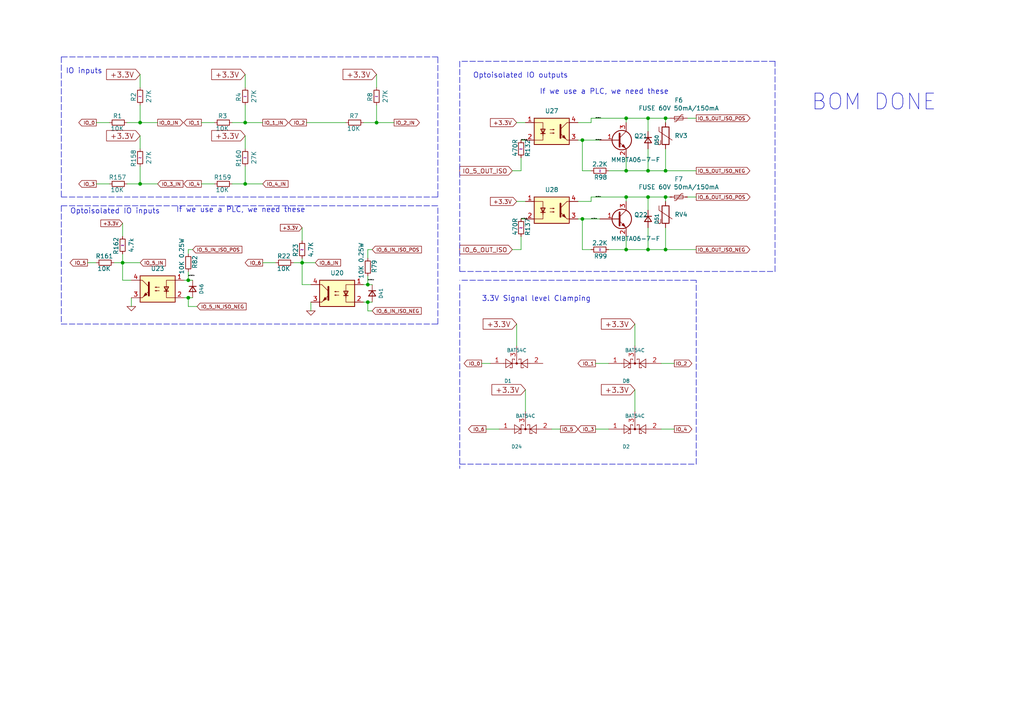
<source format=kicad_sch>
(kicad_sch (version 20231120) (generator "eeschema") (generator_version "8.0")
  (paper "A4")
  (title_block (title "Duet 3 Main Board 6XD") (date "2023-02-22") (rev "1.01") (company "Duet3d") (comment 1 "(c) Duet3D"))
  (lib_symbols
    (symbol "Device:D_Small" (pin_numbers hide) (pin_names (offset 0.254) hide)
      (property "Reference" "D" (at -1.27 2.032 0))
      (property "Value" "D_Small" (at -3.81 -2.032 0))
      (symbol "D_Small_0_1"
        (polyline (pts (xy -0.762 -1.016) (xy -0.762 1.016)) (stroke (width 0.254)))
        (polyline (pts (xy -0.762 0) (xy 0.762 0)))
        (polyline (pts (xy 0.762 -1.016) (xy -0.762 0) (xy 0.762 1.016) (xy 0.762 -1.016)) (stroke (width 0.254)))
      )
      (symbol "D_Small_1_1"
        (pin passive line (at -2.54 0 0) (length 1.778) (name "K") (number "1"))
        (pin passive line (at 2.54 0 180) (length 1.778) (name "A") (number "2"))
      )
    )
    (symbol "Device:Polyfuse_Small" (pin_numbers hide) (pin_names (offset 0))
      (property "Reference" "F" (at -1.905 0 90))
      (property "Value" "Polyfuse_Small" (at 1.905 0 90))
      (symbol "Polyfuse_Small_0_1"
        (rectangle (start -0.508 1.27) (end 0.508 -1.27))
        (polyline (pts (xy 0 2.54) (xy 0 -2.54)))
        (polyline (pts (xy -1.016 1.27) (xy -1.016 0.762) (xy 1.016 -0.762) (xy 1.016 -1.27)))
      )
      (symbol "Polyfuse_Small_1_1"
        (pin passive line (at 0 2.54 270) (length 0.635) (name "~") (number "1"))
        (pin passive line (at 0 -2.54 90) (length 0.635) (name "~") (number "2"))
      )
    )
    (symbol "Device:R_Small" (pin_numbers hide) (pin_names (offset 0.254) hide)
      (property "Reference" "R" (at 0.762 0.508 0))
      (property "Value" "R_Small" (at 0.762 -1.016 0))
      (symbol "R_Small_0_1"
        (rectangle (start -0.762 1.778) (end 0.762 -1.778) (stroke (width 0.2032)))
      )
      (symbol "R_Small_1_1"
        (pin passive line (at 0 2.54 270) (length 0.762) (name "~") (number "1"))
        (pin passive line (at 0 -2.54 90) (length 0.762) (name "~") (number "2"))
      )
    )
    (symbol "Device:Varistor" (pin_numbers hide) (pin_names (offset 0))
      (property "Reference" "RV" (at 3.175 0 90))
      (property "Value" "Varistor" (at -3.175 0 90))
      (symbol "Varistor_0_0"
        (text "U" (at -1.778 -2.032 0) (effects (font (size 1.27 1.27))))
      )
      (symbol "Varistor_0_1"
        (rectangle (start -1.016 -2.54) (end 1.016 2.54) (stroke (width 0.254)))
        (polyline (pts (xy -1.905 2.54) (xy -1.905 1.27) (xy 1.905 -1.27)))
      )
      (symbol "Varistor_1_1"
        (pin passive line (at 0 3.81 270) (length 1.27) (name "~") (number "1"))
        (pin passive line (at 0 -3.81 90) (length 1.27) (name "~") (number "2"))
      )
    )
    (symbol "Diode:BAT54C" (pin_names (offset 1.016))
      (property "Reference" "D" (at 0.635 -3.81 0))
      (property "Value" "BAT54C" (at -6.35 3.175 0))
      (symbol "BAT54C_0_1"
        (polyline (pts (xy -1.905 0) (xy 1.905 0)))
        (polyline (pts (xy -1.905 1.27) (xy -1.905 1.016)))
        (polyline (pts (xy -1.27 -1.27) (xy -0.635 -1.27)))
        (polyline (pts (xy -1.27 0) (xy -3.81 0)))
        (polyline (pts (xy -1.27 1.27) (xy -1.905 1.27)))
        (polyline (pts (xy -1.27 1.27) (xy -1.27 -1.27)))
        (polyline (pts (xy -0.635 -1.27) (xy -0.635 -1.016)))
        (polyline (pts (xy 0.635 -1.27) (xy 0.635 -1.016)))
        (polyline (pts (xy 1.27 -1.27) (xy 0.635 -1.27)))
        (polyline (pts (xy 1.27 1.27) (xy 1.27 -1.27)))
        (polyline (pts (xy 1.27 1.27) (xy 1.905 1.27)))
        (polyline (pts (xy 1.905 1.27) (xy 1.905 1.016)))
        (polyline (pts (xy 3.81 0) (xy 1.27 0)))
        (polyline (pts (xy -3.175 -1.27) (xy -3.175 1.27) (xy -1.27 0) (xy -3.175 -1.27)))
        (polyline (pts (xy 3.175 -1.27) (xy 3.175 1.27) (xy 1.27 0) (xy 3.175 -1.27)))
        (circle (center 0 0) (radius 0.254) (fill (type outline)))
      )
      (symbol "BAT54C_1_1"
        (pin passive line (at -7.62 0 0) (length 3.81) (name "~") (number "1"))
        (pin passive line (at 7.62 0 180) (length 3.81) (name "~") (number "2"))
        (pin passive line (at 0 -5.08 90) (length 5.08) (name "~") (number "3"))
      )
    )
    (symbol "Duet3:GND" (power) (pin_numbers hide) (pin_names (offset 0) hide)
      (symbol "GND_0_1"
        (polyline (pts (xy -1.27 0) (xy 0 -1.27) (xy 1.27 0) (xy -1.27 0)))
      )
      (symbol "GND_1_1"
        (pin power_in line (at 0 0 90) (length 0) hide (name "GND") (number "1"))
      )
    )
    (symbol "GND_1" (power) (pin_numbers hide) (pin_names (offset 0) hide)
      (symbol "GND_1_0_1"
        (polyline (pts (xy -1.27 0) (xy 0 -1.27) (xy 1.27 0) (xy -1.27 0)))
      )
      (symbol "GND_1_1_1"
        (pin power_in line (at 0 0 90) (length 0) hide (name "GND") (number "1"))
      )
    )
    (symbol "Isolator:SFH617A-1" (pin_names (offset 1.016))
      (property "Reference" "U" (at -5.08 5.08 0))
      (property "Value" "SFH617A-1" (at 0 5.08 0))
      (symbol "SFH617A-1_0_1"
        (rectangle (start -5.08 3.81) (end 5.08 -3.81) (stroke (width 0.254)) (fill (type background)))
        (polyline (pts (xy -3.175 -0.635) (xy -1.905 -0.635)) (stroke (width 0.254)))
        (polyline (pts (xy 2.54 0.635) (xy 4.445 2.54)))
        (polyline (pts (xy 4.445 -2.54) (xy 2.54 -0.635)) (fill (type outline)))
        (polyline (pts (xy 4.445 -2.54) (xy 5.08 -2.54)))
        (polyline (pts (xy 4.445 2.54) (xy 5.08 2.54)))
        (polyline (pts (xy -2.54 -0.635) (xy -2.54 -2.54) (xy -5.08 -2.54)))
        (polyline (pts (xy 2.54 1.905) (xy 2.54 -1.905) (xy 2.54 -1.905)) (stroke (width 0.508)))
        (polyline (pts (xy -5.08 2.54) (xy -2.54 2.54) (xy -2.54 -1.27) (xy -2.54 0.635)))
        (polyline (pts (xy -2.54 -0.635) (xy -3.175 0.635) (xy -1.905 0.635) (xy -2.54 -0.635)) (stroke (width 0.254)))
        (polyline (pts (xy -0.508 -0.508) (xy 0.762 -0.508) (xy 0.381 -0.635) (xy 0.381 -0.381) (xy 0.762 -0.508)))
        (polyline (pts (xy -0.508 0.508) (xy 0.762 0.508) (xy 0.381 0.381) (xy 0.381 0.635) (xy 0.762 0.508)))
        (polyline (pts (xy 3.048 -1.651) (xy 3.556 -1.143) (xy 4.064 -2.159) (xy 3.048 -1.651) (xy 3.048 -1.651)) (fill (type outline)))
      )
      (symbol "SFH617A-1_1_1"
        (pin passive line (at -7.62 2.54 0) (length 2.54) (name "~") (number "1"))
        (pin passive line (at -7.62 -2.54 0) (length 2.54) (name "~") (number "2"))
        (pin passive line (at 7.62 -2.54 180) (length 2.54) (name "~") (number "3"))
        (pin passive line (at 7.62 2.54 180) (length 2.54) (name "~") (number "4"))
      )
    )
    (symbol "Transistor_BJT:BC847" (pin_names (offset 0) hide)
      (property "Reference" "Q" (at 5.08 1.905 0))
      (property "Value" "BC847" (at 5.08 0 0))
      (symbol "BC847_0_1"
        (polyline (pts (xy 0.635 0.635) (xy 2.54 2.54)))
        (polyline (pts (xy 0.635 -0.635) (xy 2.54 -2.54) (xy 2.54 -2.54)))
        (polyline (pts (xy 0.635 1.905) (xy 0.635 -1.905) (xy 0.635 -1.905)) (stroke (width 0.508)))
        (polyline (pts (xy 1.27 -1.778) (xy 1.778 -1.27) (xy 2.286 -2.286) (xy 1.27 -1.778) (xy 1.27 -1.778)) (fill (type outline)))
        (circle (center 1.27 0) (radius 2.8194) (stroke (width 0.254)))
      )
      (symbol "BC847_1_1"
        (pin input line (at -5.08 0 0) (length 5.715) (name "B") (number "1"))
        (pin passive line (at 2.54 -5.08 90) (length 2.54) (name "E") (number "2"))
        (pin passive line (at 2.54 5.08 270) (length 2.54) (name "C") (number "3"))
      )
    )
  )
  (junction (at 168.91 63.5))
  (junction (at 40.64 53.34))
  (junction (at 87.63 76.2))
  (junction (at 187.96 49.53))
  (junction (at 193.04 49.53))
  (junction (at 193.04 34.29))
  (junction (at 193.04 72.39))
  (junction (at 106.68 87.63))
  (junction (at 40.64 35.56))
  (junction (at 187.96 72.39))
  (junction (at 187.96 57.15))
  (junction (at 54.61 81.28))
  (junction (at 181.61 34.29))
  (junction (at 193.04 57.15))
  (junction (at 109.22 35.56))
  (junction (at 181.61 49.53))
  (junction (at 35.56 76.2))
  (junction (at 187.96 34.29))
  (junction (at 168.91 40.64))
  (junction (at 181.61 57.15))
  (junction (at 106.68 82.55))
  (junction (at 71.12 35.56))
  (junction (at 181.61 72.39))
  (junction (at 54.61 86.36))
  (junction (at 71.12 53.34))
  (wire (pts (xy 194.31 57.15) (xy 193.04 57.15)))
  (wire (pts (xy 187.96 38.1) (xy 187.96 34.29)))
  (wire (pts (xy 106.68 80.01) (xy 106.68 82.55)))
  (wire (pts (xy 90.17 90.17) (xy 90.17 87.63)))
  (wire (pts (xy 152.4 113.03) (xy 152.4 119.38)))
  (wire (pts (xy 40.64 35.56) (xy 45.72 35.56)))
  (wire (pts (xy 87.63 76.2) (xy 87.63 82.55)))
  (wire (pts (xy 195.58 124.46) (xy 191.77 124.46)))
  (wire (pts (xy 181.61 57.15) (xy 171.45 57.15)))
  (wire (pts (xy 57.15 88.9) (xy 54.61 88.9)))
  (wire (pts (xy 142.24 105.41) (xy 139.7 105.41)))
  (polyline (pts (xy 127 57.15) (xy 127 16.51)) (stroke (width 0) (type dash)))
  (wire (pts (xy 35.56 73.66) (xy 35.56 76.2)))
  (wire (pts (xy 167.64 63.5) (xy 168.91 63.5)))
  (wire (pts (xy 35.56 81.28) (xy 38.1 81.28)))
  (wire (pts (xy 54.61 88.9) (xy 54.61 86.36)))
  (wire (pts (xy 187.96 72.39) (xy 193.04 72.39)))
  (wire (pts (xy 149.86 35.56) (xy 152.4 35.56)))
  (wire (pts (xy 181.61 72.39) (xy 187.96 72.39)))
  (wire (pts (xy 88.9 35.56) (xy 100.33 35.56)))
  (wire (pts (xy 67.31 53.34) (xy 71.12 53.34)))
  (polyline (pts (xy 127 93.98) (xy 127 59.69)) (stroke (width 0) (type dash)))
  (wire (pts (xy 105.41 82.55) (xy 106.68 82.55)))
  (wire (pts (xy 181.61 49.53) (xy 181.61 45.72)))
  (wire (pts (xy 71.12 53.34) (xy 76.2 53.34)))
  (wire (pts (xy 148.59 49.53) (xy 151.13 49.53)))
  (wire (pts (xy 181.61 34.29) (xy 171.45 34.29)))
  (wire (pts (xy 109.22 30.48) (xy 109.22 35.56)))
  (wire (pts (xy 40.64 48.26) (xy 40.64 53.34)))
  (wire (pts (xy 172.72 124.46) (xy 176.53 124.46)))
  (wire (pts (xy 167.64 40.64) (xy 168.91 40.64)))
  (polyline (pts (xy 17.78 93.98) (xy 127 93.98)) (stroke (width 0) (type dash)))
  (wire (pts (xy 187.96 49.53) (xy 193.04 49.53)))
  (wire (pts (xy 54.61 72.39) (xy 55.88 72.39)))
  (wire (pts (xy 152.4 63.5) (xy 151.13 63.5)))
  (polyline (pts (xy 127 16.51) (xy 17.78 16.51)) (stroke (width 0) (type dash)))
  (wire (pts (xy 40.64 21.59) (xy 40.64 25.4)))
  (wire (pts (xy 149.86 58.42) (xy 152.4 58.42)))
  (wire (pts (xy 187.96 43.18) (xy 187.96 49.53)))
  (wire (pts (xy 71.12 39.37) (xy 71.12 43.18)))
  (wire (pts (xy 184.15 93.98) (xy 184.15 100.33)))
  (wire (pts (xy 106.68 90.17) (xy 106.68 87.63)))
  (wire (pts (xy 151.13 49.53) (xy 151.13 45.72)))
  (wire (pts (xy 54.61 72.39) (xy 54.61 73.66)))
  (wire (pts (xy 38.1 88.9) (xy 38.1 86.36)))
  (wire (pts (xy 54.61 78.74) (xy 54.61 81.28)))
  (wire (pts (xy 184.15 113.03) (xy 184.15 119.38)))
  (wire (pts (xy 187.96 34.29) (xy 181.61 34.29)))
  (wire (pts (xy 71.12 30.48) (xy 71.12 35.56)))
  (wire (pts (xy 193.04 43.18) (xy 193.04 49.53)))
  (wire (pts (xy 36.83 53.34) (xy 40.64 53.34)))
  (wire (pts (xy 187.96 60.96) (xy 187.96 57.15)))
  (polyline (pts (xy 17.78 16.51) (xy 17.78 57.15)) (stroke (width 0) (type dash)))
  (wire (pts (xy 27.94 53.34) (xy 31.75 53.34)))
  (polyline (pts (xy 17.78 59.69) (xy 127 59.69)) (stroke (width 0) (type dash)))
  (polyline (pts (xy 224.79 78.74) (xy 224.79 17.78)) (stroke (width 0) (type dash)))
  (wire (pts (xy 171.45 58.42) (xy 167.64 58.42)))
  (wire (pts (xy 152.4 40.64) (xy 151.13 40.64)))
  (wire (pts (xy 36.83 35.56) (xy 40.64 35.56)))
  (wire (pts (xy 168.91 40.64) (xy 173.99 40.64)))
  (polyline (pts (xy 224.79 17.78) (xy 133.35 17.78)) (stroke (width 0) (type dash)))
  (wire (pts (xy 105.41 87.63) (xy 106.68 87.63)))
  (polyline (pts (xy 17.78 57.15) (xy 127 57.15)) (stroke (width 0) (type dash)))
  (wire (pts (xy 54.61 81.28) (xy 55.88 81.28)))
  (wire (pts (xy 76.2 76.2) (xy 80.01 76.2)))
  (wire (pts (xy 106.68 87.63) (xy 107.95 87.63)))
  (wire (pts (xy 67.31 35.56) (xy 71.12 35.56)))
  (wire (pts (xy 171.45 57.15) (xy 171.45 58.42)))
  (wire (pts (xy 35.56 64.77) (xy 35.56 68.58)))
  (wire (pts (xy 71.12 48.26) (xy 71.12 53.34)))
  (wire (pts (xy 201.93 34.29) (xy 199.39 34.29)))
  (polyline (pts (xy 17.78 59.69) (xy 17.78 93.98)) (stroke (width 0) (type dash)))
  (wire (pts (xy 53.34 81.28) (xy 54.61 81.28)))
  (wire (pts (xy 106.68 72.39) (xy 107.95 72.39)))
  (wire (pts (xy 172.72 105.41) (xy 176.53 105.41)))
  (wire (pts (xy 148.59 72.39) (xy 151.13 72.39)))
  (wire (pts (xy 87.63 76.2) (xy 91.44 76.2)))
  (wire (pts (xy 195.58 105.41) (xy 191.77 105.41)))
  (wire (pts (xy 193.04 72.39) (xy 201.93 72.39)))
  (wire (pts (xy 201.93 57.15) (xy 199.39 57.15)))
  (wire (pts (xy 193.04 34.29) (xy 187.96 34.29)))
  (wire (pts (xy 106.68 82.55) (xy 107.95 82.55)))
  (wire (pts (xy 193.04 57.15) (xy 187.96 57.15)))
  (wire (pts (xy 40.64 30.48) (xy 40.64 35.56)))
  (wire (pts (xy 151.13 72.39) (xy 151.13 68.58)))
  (wire (pts (xy 194.31 34.29) (xy 193.04 34.29)))
  (wire (pts (xy 168.91 40.64) (xy 168.91 49.53)))
  (wire (pts (xy 193.04 57.15) (xy 193.04 58.42)))
  (polyline (pts (xy 201.93 81.28) (xy 133.35 81.28)) (stroke (width 0) (type dash)))
  (wire (pts (xy 71.12 35.56) (xy 76.2 35.56)))
  (wire (pts (xy 87.63 82.55) (xy 90.17 82.55)))
  (wire (pts (xy 87.63 66.04) (xy 87.63 69.85)))
  (wire (pts (xy 193.04 66.04) (xy 193.04 72.39)))
  (wire (pts (xy 193.04 49.53) (xy 201.93 49.53)))
  (wire (pts (xy 58.42 35.56) (xy 62.23 35.56)))
  (polyline (pts (xy 201.93 134.62) (xy 201.93 81.28)) (stroke (width 0) (type dash)))
  (wire (pts (xy 181.61 57.15) (xy 181.61 58.42)))
  (wire (pts (xy 105.41 35.56) (xy 109.22 35.56)))
  (wire (pts (xy 181.61 72.39) (xy 181.61 68.58)))
  (wire (pts (xy 176.53 49.53) (xy 181.61 49.53)))
  (wire (pts (xy 168.91 72.39) (xy 171.45 72.39)))
  (wire (pts (xy 162.56 124.46) (xy 160.02 124.46)))
  (wire (pts (xy 58.42 53.34) (xy 62.23 53.34)))
  (wire (pts (xy 54.61 86.36) (xy 55.88 86.36)))
  (wire (pts (xy 35.56 76.2) (xy 35.56 81.28)))
  (wire (pts (xy 181.61 34.29) (xy 181.61 35.56)))
  (wire (pts (xy 171.45 34.29) (xy 171.45 35.56)))
  (wire (pts (xy 140.97 124.46) (xy 144.78 124.46)))
  (wire (pts (xy 168.91 49.53) (xy 171.45 49.53)))
  (wire (pts (xy 107.95 90.17) (xy 106.68 90.17)))
  (wire (pts (xy 40.64 39.37) (xy 40.64 43.18)))
  (wire (pts (xy 27.94 35.56) (xy 31.75 35.56)))
  (wire (pts (xy 35.56 76.2) (xy 40.64 76.2)))
  (wire (pts (xy 176.53 72.39) (xy 181.61 72.39)))
  (wire (pts (xy 171.45 35.56) (xy 167.64 35.56)))
  (wire (pts (xy 168.91 63.5) (xy 173.99 63.5)))
  (wire (pts (xy 25.4 76.2) (xy 27.94 76.2)))
  (wire (pts (xy 53.34 86.36) (xy 54.61 86.36)))
  (wire (pts (xy 168.91 63.5) (xy 168.91 72.39)))
  (wire (pts (xy 181.61 49.53) (xy 187.96 49.53)))
  (wire (pts (xy 193.04 34.29) (xy 193.04 35.56)))
  (wire (pts (xy 187.96 57.15) (xy 181.61 57.15)))
  (polyline (pts (xy 133.35 134.62) (xy 201.93 134.62)) (stroke (width 0) (type dash)))
  (wire (pts (xy 33.02 76.2) (xy 35.56 76.2)))
  (wire (pts (xy 106.68 72.39) (xy 106.68 74.93)))
  (polyline (pts (xy 133.35 17.78) (xy 133.35 78.74)) (stroke (width 0) (type dash)))
  (wire (pts (xy 85.09 76.2) (xy 87.63 76.2)))
  (wire (pts (xy 149.86 93.98) (xy 149.86 100.33)))
  (wire (pts (xy 109.22 35.56) (xy 114.3 35.56)))
  (polyline (pts (xy 133.35 82.55) (xy 133.35 135.89)) (stroke (width 0) (type dash)))
  (wire (pts (xy 40.64 53.34) (xy 45.72 53.34)))
  (wire (pts (xy 87.63 74.93) (xy 87.63 76.2)))
  (wire (pts (xy 109.22 21.59) (xy 109.22 25.4)))
  (polyline (pts (xy 133.35 78.74) (xy 224.79 78.74)) (stroke (width 0) (type dash)))
  (wire (pts (xy 71.12 21.59) (xy 71.12 25.4)))
  (wire (pts (xy 187.96 66.04) (xy 187.96 72.39)))
  (text "Optoisolated IO outputs" (at 137.16 22.86 0) (effects (font (size 1.524 1.524)) (justify left bottom)))
  (text "BOM DONE\n" (at 253.492 29.718 0) (effects (font (size 4.572 4.572))))
  (text "3.3V Signal level Clamping" (at 139.7 87.63 0) (effects (font (size 1.524 1.524)) (justify left bottom)))
  (text "If we use a PLC, we need these" (at 69.85 60.96 0) (effects (font (size 1.524 1.524))))
  (text "If we use a PLC, we need these" (at 175.26 26.67 0) (effects (font (size 1.524 1.524))))
  (text "Optoisolated IO inputs " (at 20.32 62.23 0) (effects (font (size 1.524 1.524)) (justify left bottom)))
  (text "IO inputs " (at 19.05 21.59 0) (effects (font (size 1.524 1.524)) (justify left bottom)))
  (label "opt_io6_pin" (at 151.13 63.5 0) (effects (font (size 0.2032 0.2032))))
  (label "opt_io6_oc" (at 171.45 63.5 0) (effects (font (size 0.2032 0.2032))))
  (label "opt_io5_i_p" (at 54.61 80.01 0) (effects (font (size 0.2032 0.2032))))
  (label "opt_io5_oc" (at 172.72 40.64 0) (effects (font (size 0.2032 0.2032))))
  (label "opt_io5_o" (at 172.72 34.29 0) (effects (font (size 0.2032 0.2032))))
  (label "opt_io6_i_p" (at 106.68 81.28 0) (effects (font (size 0.2032 0.2032))))
  (label "opt_io6_o" (at 172.72 57.15 0) (effects (font (size 0.2032 0.2032))))
  (label "opt_io5_pin" (at 151.13 40.64 0) (effects (font (size 0.2032 0.2032))))
  (global_label "IO_6_OUT_ISO" (shape input) (at 148.59 72.39 180) (property "Intersheetrefs" "${INTERSHEET_REFS}" (effects (hide yes))))
  (global_label "+3.3V" (shape input) (at 149.86 93.98 180) (effects (font (size 1.524 1.524))) (property "Intersheetrefs" "${INTERSHEET_REFS}" (effects (hide yes))))
  (global_label "IO_1" (shape output) (at 172.72 105.41 180) (effects (font (size 0.9906 0.9906))) (property "Intersheetrefs" "${INTERSHEET_REFS}" (effects (hide yes))))
  (global_label "IO_6" (shape output) (at 140.97 124.46 180) (effects (font (size 0.9906 0.9906))) (property "Intersheetrefs" "${INTERSHEET_REFS}" (effects (hide yes))))
  (global_label "IO_0" (shape output) (at 27.94 35.56 180) (effects (font (size 0.9906 0.9906))) (property "Intersheetrefs" "${INTERSHEET_REFS}" (effects (hide yes))))
  (global_label "+3.3V" (shape input) (at 152.4 113.03 180) (effects (font (size 1.524 1.524))) (property "Intersheetrefs" "${INTERSHEET_REFS}" (effects (hide yes))))
  (global_label "IO_6_IN_ISO_NEG" (shape input) (at 107.95 90.17 0) (effects (font (size 0.9906 0.9906))) (property "Intersheetrefs" "${INTERSHEET_REFS}" (effects (hide yes))))
  (global_label "IO_5_IN" (shape input) (at 40.64 76.2 0) (effects (font (size 0.9906 0.9906))) (property "Intersheetrefs" "${INTERSHEET_REFS}" (effects (hide yes))))
  (global_label "+3.3V" (shape input) (at 184.15 113.03 180) (effects (font (size 1.524 1.524))) (property "Intersheetrefs" "${INTERSHEET_REFS}" (effects (hide yes))))
  (global_label "+3.3V" (shape input) (at 40.64 21.59 180) (effects (font (size 1.524 1.524))) (property "Intersheetrefs" "${INTERSHEET_REFS}" (effects (hide yes))))
  (global_label "IO_6" (shape output) (at 76.2 76.2 180) (effects (font (size 0.9906 0.9906))) (property "Intersheetrefs" "${INTERSHEET_REFS}" (effects (hide yes))))
  (global_label "IO_5_IN_ISO_NEG" (shape input) (at 57.15 88.9 0) (effects (font (size 0.9906 0.9906))) (property "Intersheetrefs" "${INTERSHEET_REFS}" (effects (hide yes))))
  (global_label "IO_0_IN" (shape output) (at 45.72 35.56 0) (effects (font (size 0.9906 0.9906))) (property "Intersheetrefs" "${INTERSHEET_REFS}" (effects (hide yes))))
  (global_label "+3.3V" (shape input) (at 87.63 66.04 180) (effects (font (size 0.9906 0.9906))) (property "Intersheetrefs" "${INTERSHEET_REFS}" (effects (hide yes))))
  (global_label "IO_2" (shape output) (at 88.9 35.56 180) (effects (font (size 0.9906 0.9906))) (property "Intersheetrefs" "${INTERSHEET_REFS}" (effects (hide yes))))
  (global_label "IO_6_IN_ISO_POS" (shape input) (at 107.95 72.39 0) (effects (font (size 0.9906 0.9906))) (property "Intersheetrefs" "${INTERSHEET_REFS}" (effects (hide yes))))
  (global_label "IO_1_IN" (shape output) (at 76.2 35.56 0) (effects (font (size 0.9906 0.9906))) (property "Intersheetrefs" "${INTERSHEET_REFS}" (effects (hide yes))))
  (global_label "+3.3V" (shape input) (at 184.15 93.98 180) (effects (font (size 1.524 1.524))) (property "Intersheetrefs" "${INTERSHEET_REFS}" (effects (hide yes))))
  (global_label "+3.3V" (shape input) (at 149.86 35.56 180) (effects (font (size 1.1938 1.1938))) (property "Intersheetrefs" "${INTERSHEET_REFS}" (effects (hide yes))))
  (global_label "IO_5_IN_ISO_POS" (shape input) (at 55.88 72.39 0) (effects (font (size 0.9906 0.9906))) (property "Intersheetrefs" "${INTERSHEET_REFS}" (effects (hide yes))))
  (global_label "IO_5_OUT_ISO_POS" (shape output) (at 201.93 34.29 0) (effects (font (size 0.9906 0.9906))) (property "Intersheetrefs" "${INTERSHEET_REFS}" (effects (hide yes))))
  (global_label "IO_6_OUT_ISO_NEG" (shape output) (at 201.93 72.39 0) (effects (font (size 0.9906 0.9906))) (property "Intersheetrefs" "${INTERSHEET_REFS}" (effects (hide yes))))
  (global_label "IO_3" (shape output) (at 27.94 53.34 180) (effects (font (size 0.9906 0.9906))) (property "Intersheetrefs" "${INTERSHEET_REFS}" (effects (hide yes))))
  (global_label "+3.3V" (shape input) (at 35.56 64.77 180) (effects (font (size 0.9906 0.9906))) (property "Intersheetrefs" "${INTERSHEET_REFS}" (effects (hide yes))))
  (global_label "IO_5" (shape output) (at 162.56 124.46 0) (effects (font (size 0.9906 0.9906))) (property "Intersheetrefs" "${INTERSHEET_REFS}" (effects (hide yes))))
  (global_label "IO_3" (shape output) (at 172.72 124.46 180) (effects (font (size 0.9906 0.9906))) (property "Intersheetrefs" "${INTERSHEET_REFS}" (effects (hide yes))))
  (global_label "IO_1" (shape output) (at 58.42 35.56 180) (effects (font (size 0.9906 0.9906))) (property "Intersheetrefs" "${INTERSHEET_REFS}" (effects (hide yes))))
  (global_label "IO_4" (shape output) (at 195.58 124.46 0) (effects (font (size 0.9906 0.9906))) (property "Intersheetrefs" "${INTERSHEET_REFS}" (effects (hide yes))))
  (global_label "IO_3_IN" (shape input) (at 45.72 53.34 0) (effects (font (size 0.9906 0.9906))) (property "Intersheetrefs" "${INTERSHEET_REFS}" (effects (hide yes))))
  (global_label "+3.3V" (shape input) (at 71.12 39.37 180) (effects (font (size 1.524 1.524))) (property "Intersheetrefs" "${INTERSHEET_REFS}" (effects (hide yes))))
  (global_label "IO_6_OUT_ISO_POS" (shape output) (at 201.93 57.15 0) (effects (font (size 0.9906 0.9906))) (property "Intersheetrefs" "${INTERSHEET_REFS}" (effects (hide yes))))
  (global_label "IO_0" (shape output) (at 139.7 105.41 180) (effects (font (size 0.9906 0.9906))) (property "Intersheetrefs" "${INTERSHEET_REFS}" (effects (hide yes))))
  (global_label "IO_5_OUT_ISO_NEG" (shape output) (at 201.93 49.53 0) (effects (font (size 0.9906 0.9906))) (property "Intersheetrefs" "${INTERSHEET_REFS}" (effects (hide yes))))
  (global_label "IO_2_IN" (shape output) (at 114.3 35.56 0) (effects (font (size 0.9906 0.9906))) (property "Intersheetrefs" "${INTERSHEET_REFS}" (effects (hide yes))))
  (global_label "IO_5" (shape output) (at 25.4 76.2 180) (effects (font (size 0.9906 0.9906))) (property "Intersheetrefs" "${INTERSHEET_REFS}" (effects (hide yes))))
  (global_label "IO_4_IN" (shape input) (at 76.2 53.34 0) (effects (font (size 0.9906 0.9906))) (property "Intersheetrefs" "${INTERSHEET_REFS}" (effects (hide yes))))
  (global_label "IO_2" (shape output) (at 195.58 105.41 0) (effects (font (size 0.9906 0.9906))) (property "Intersheetrefs" "${INTERSHEET_REFS}" (effects (hide yes))))
  (global_label "IO_6_IN" (shape input) (at 91.44 76.2 0) (effects (font (size 0.9906 0.9906))) (property "Intersheetrefs" "${INTERSHEET_REFS}" (effects (hide yes))))
  (global_label "IO_5_OUT_ISO" (shape input) (at 148.59 49.53 180) (property "Intersheetrefs" "${INTERSHEET_REFS}" (effects (hide yes))))
  (global_label "+3.3V" (shape input) (at 40.64 39.37 180) (effects (font (size 1.524 1.524))) (property "Intersheetrefs" "${INTERSHEET_REFS}" (effects (hide yes))))
  (global_label "+3.3V" (shape input) (at 149.86 58.42 180) (effects (font (size 1.1938 1.1938))) (property "Intersheetrefs" "${INTERSHEET_REFS}" (effects (hide yes))))
  (global_label "+3.3V" (shape input) (at 71.12 21.59 180) (effects (font (size 1.524 1.524))) (property "Intersheetrefs" "${INTERSHEET_REFS}" (effects (hide yes))))
  (global_label "IO_4" (shape output) (at 58.42 53.34 180) (effects (font (size 0.9906 0.9906))) (property "Intersheetrefs" "${INTERSHEET_REFS}" (effects (hide yes))))
  (global_label "+3.3V" (shape input) (at 109.22 21.59 180) (effects (font (size 1.524 1.524))) (property "Intersheetrefs" "${INTERSHEET_REFS}" (effects (hide yes))))
  (symbol (lib_id "Device:R_Small") (at 34.29 35.56 90) (unit 1)
    (property "Reference" "R1" (at 34.0868 33.655 90))
    (property "Value" "10K" (at 33.9852 37.2872 90))
    (property "Footprint" "Resistor_SMD:R_0402_1005Metric_Wbry" (effects (hide yes)))
    (property "Part Number" "AC0402FR-0710KL" (effects (hide yes)))
    (property "LCSC" "C144807" (effects (hide yes)))
  )
  (symbol (lib_id "Device:R_Small") (at 40.64 27.94 180) (unit 1)
    (property "Reference" "R2" (at 38.735 28.1432 90))
    (property "Value" "27K" (at 43.18 27.94 90))
    (property "Footprint" "Resistor_SMD:R_0402_1005Metric_Wbry" (effects (hide yes)))
    (property "Datasheet" "~" (at 40.64 27.94 0) (effects (font (size 1.524 1.524))))
    (property "Part Number" "AC0402FR-0727KL" (effects (hide yes)))
    (property "LCSC" "C226390" (effects (hide yes)))
  )
  (symbol (lib_id "Diode:BAT54C") (at 149.86 105.41 0) (mirror x) (unit 1)
    (property "Reference" "D1" (at 147.32 110.49 0) (effects (font (size 1.016 1.016))))
    (property "Value" "BAT54C" (at 149.86 101.6 0) (effects (font (size 1.016 1.016))))
    (property "Footprint" "Package_TO_SOT_SMD:SOT-23" (effects (hide yes)))
    (property "Part Number" "BAT54CLT1G" (effects (hide yes)))
    (property "LCSC" "C14308" (effects (hide yes)))
  )
  (symbol (lib_id "Device:R_Small") (at 64.77 35.56 90) (unit 1)
    (property "Reference" "R3" (at 64.5668 33.655 90))
    (property "Value" "10K" (at 64.4652 37.2872 90))
    (property "Footprint" "Resistor_SMD:R_0402_1005Metric_Wbry" (effects (hide yes)))
    (property "Part Number" "AC0402FR-0710KL" (effects (hide yes)))
    (property "LCSC" "C144807" (effects (hide yes)))
  )
  (symbol (lib_id "Device:R_Small") (at 71.12 27.94 180) (unit 1)
    (property "Reference" "R4" (at 69.215 28.1432 90))
    (property "Value" "27K" (at 73.66 27.94 90))
    (property "Footprint" "Resistor_SMD:R_0402_1005Metric_Wbry" (effects (hide yes)))
    (property "Datasheet" "~" (at 71.12 27.94 0) (effects (font (size 1.524 1.524))))
    (property "Part Number" "AC0402FR-0727KL" (effects (hide yes)))
    (property "LCSC" "C226390" (effects (hide yes)))
  )
  (symbol (lib_id "Device:R_Small") (at 102.87 35.56 90) (unit 1)
    (property "Reference" "R7" (at 102.6668 33.655 90))
    (property "Value" "10K" (at 102.5652 37.2872 90))
    (property "Footprint" "Resistor_SMD:R_0402_1005Metric_Wbry" (effects (hide yes)))
    (property "Part Number" "AC0402FR-0710KL" (effects (hide yes)))
    (property "LCSC" "C144807" (effects (hide yes)))
  )
  (symbol (lib_id "Device:R_Small") (at 109.22 27.94 180) (unit 1)
    (property "Reference" "R8" (at 107.315 28.1432 90))
    (property "Value" "27K" (at 111.76 27.94 90))
    (property "Footprint" "Resistor_SMD:R_0402_1005Metric_Wbry" (effects (hide yes)))
    (property "Datasheet" "~" (at 109.22 27.94 0) (effects (font (size 1.524 1.524))))
    (property "Part Number" "AC0402FR-0727KL" (effects (hide yes)))
    (property "LCSC" "C226390" (effects (hide yes)))
  )
  (symbol (lib_id "Diode:BAT54C") (at 184.15 124.46 0) (mirror x) (unit 1)
    (property "Reference" "D2" (at 181.61 129.54 0) (effects (font (size 1.016 1.016))))
    (property "Value" "BAT54C" (at 184.15 120.65 0) (effects (font (size 1.016 1.016))))
    (property "Footprint" "Package_TO_SOT_SMD:SOT-23" (effects (hide yes)))
    (property "Part Number" "BAT54CLT1G" (effects (hide yes)))
    (property "LCSC" "C14308" (effects (hide yes)))
  )
  (symbol (lib_id "Diode:BAT54C") (at 184.15 105.41 0) (mirror x) (unit 1)
    (property "Reference" "D8" (at 181.61 110.49 0) (effects (font (size 1.016 1.016))))
    (property "Value" "BAT54C" (at 184.15 101.6 0) (effects (font (size 1.016 1.016))))
    (property "Footprint" "Package_TO_SOT_SMD:SOT-23" (effects (hide yes)))
    (property "Part Number" "BAT54CLT1G" (effects (hide yes)))
    (property "LCSC" "C14308" (effects (hide yes)))
  )
  (symbol (lib_id "Device:R_Small") (at 34.29 53.34 90) (unit 1)
    (property "Reference" "R157" (at 34.0868 51.435 90))
    (property "Value" "10K" (at 33.9852 55.0672 90))
    (property "Footprint" "Resistor_SMD:R_0402_1005Metric_Wbry" (effects (hide yes)))
    (property "Part Number" "AC0402FR-0710KL" (effects (hide yes)))
    (property "LCSC" "C144807" (effects (hide yes)))
  )
  (symbol (lib_id "Diode:BAT54C") (at 152.4 124.46 0) (mirror x) (unit 1)
    (property "Reference" "D24" (at 149.86 129.54 0) (effects (font (size 1.016 1.016))))
    (property "Value" "BAT54C" (at 152.4 120.65 0) (effects (font (size 1.016 1.016))))
    (property "Footprint" "Package_TO_SOT_SMD:SOT-23" (effects (hide yes)))
    (property "Part Number" "BAT54CLT1G" (effects (hide yes)))
    (property "LCSC" "C14308" (effects (hide yes)))
  )
  (symbol (lib_id "Device:R_Small") (at 151.13 43.18 0) (unit 1)
    (property "Reference" "R132" (at 153.035 42.9768 90))
    (property "Value" "470R" (at 149.4028 42.8752 90))
    (property "Footprint" "Resistor_SMD:R_0402_1005Metric_Wbry" (effects (hide yes)))
    (property "Datasheet" "~" (at 151.13 43.18 0) (effects (font (size 1.524 1.524))))
    (property "Part Number" "AC0402FR-07470RL" (effects (hide yes)))
    (property "LCSC" "C227095" (effects (hide yes)))
  )
  (symbol (lib_id "Device:R_Small") (at 151.13 66.04 0) (unit 1)
    (property "Reference" "R137" (at 153.035 65.8368 90))
    (property "Value" "470R" (at 149.4028 65.7352 90))
    (property "Footprint" "Resistor_SMD:R_0402_1005Metric_Wbry" (effects (hide yes)))
    (property "Datasheet" "~" (at 151.13 66.04 0) (effects (font (size 1.524 1.524))))
    (property "Part Number" "AC0402FR-07470RL" (effects (hide yes)))
    (property "LCSC" "C227095" (effects (hide yes)))
  )
  (symbol (lib_id "Device:R_Small") (at 30.48 76.2 90) (unit 1)
    (property "Reference" "R161" (at 30.2768 74.295 90))
    (property "Value" "10K" (at 30.1752 77.9272 90))
    (property "Footprint" "Resistor_SMD:R_0402_1005Metric_Wbry" (effects (hide yes)))
    (property "Part Number" "AC0402FR-0710KL" (effects (hide yes)))
    (property "LCSC" "C144807" (effects (hide yes)))
  )
  (symbol (lib_id "Device:R_Small") (at 35.56 71.12 180) (unit 1)
    (property "Reference" "R162" (at 33.655 71.3232 90))
    (property "Value" "4.7k" (at 38.1 71.12 90))
    (property "Footprint" "Resistor_SMD:R_0402_1005Metric_Wbry" (effects (hide yes)))
    (property "Datasheet" "~" (at 35.56 71.12 0) (effects (font (size 1.524 1.524))))
    (property "Part Number" "AC0402FR-074K7L" (effects (hide yes)))
    (property "LCSC" "C174364" (effects (hide yes)))
  )
  (symbol (lib_id "Isolator:SFH617A-1") (at 45.72 83.82 0) (mirror y) (unit 1)
    (property "Reference" "U23" (at 45.72 77.9018 0))
    (property "Value" "Optoisolator" (effects (hide yes)))
    (property "Footprint" "Carters_Various_Bits_and_Pieces:SOP-4_3.8x10mm_P2.54mm" (effects (hide yes)))
    (property "Part Number" "PC817X3CSP9F" (effects (hide yes)))
    (property "LCSC" "C41807" (effects (hide yes)))
    (property "RotOffset" "90" (effects (hide yes)))
    (property "PosOffset" "1.9,0" (effects (hide yes)))
  )
  (symbol (lib_name "GND_1") (lib_id "Duet3:GND") (at 38.1 88.9 0) (unit 1)
    (property "Reference" "#PWR067" (effects (hide yes)))
    (property "Value" "GND" (effects (hide yes)))
  )
  (symbol (lib_id "Device:D_Small") (at 55.88 83.82 270) (unit 1)
    (property "Reference" "D46" (at 58.42 83.82 0) (effects (font (size 1.016 1.016))))
    (property "Value" "1N4448WT" (effects (hide yes)))
    (property "Footprint" "complib:SOD-523F" (effects (hide yes)))
    (property "Part Number" "1N4448WT" (effects (hide yes)))
    (property "LCSC" "C896166" (effects (hide yes)))
  )
  (symbol (lib_id "Device:R_Small") (at 54.61 76.2 0) (unit 1)
    (property "Reference" "R82" (at 56.515 75.9968 90))
    (property "Value" "10K 0.25W" (at 52.705 74.295 90))
    (property "Footprint" "Resistor_SMD:R_0805_2012Metric" (effects (hide yes)))
    (property "Part Number" "AC0805FR-0710KL" (effects (hide yes)))
    (property "LCSC" "C140868" (effects (hide yes)))
  )
  (symbol (lib_id "Device:R_Small") (at 82.55 76.2 90) (unit 1)
    (property "Reference" "R22" (at 82.3468 74.295 90))
    (property "Value" "10K" (at 82.2452 77.9272 90))
    (property "Footprint" "Resistor_SMD:R_0402_1005Metric_Wbry" (effects (hide yes)))
    (property "Part Number" "AC0402FR-0710KL" (effects (hide yes)))
    (property "LCSC" "C144807" (effects (hide yes)))
  )
  (symbol (lib_id "Device:R_Small") (at 87.63 72.39 180) (unit 1)
    (property "Reference" "R23" (at 85.725 72.5932 90))
    (property "Value" "4.7K" (at 90.17 72.39 90))
    (property "Footprint" "Resistor_SMD:R_0402_1005Metric_Wbry" (effects (hide yes)))
    (property "Datasheet" "~" (at 87.63 72.39 0) (effects (font (size 1.524 1.524))))
    (property "Part Number" "AC0402FR-074K7L" (effects (hide yes)))
    (property "LCSC" "C174364" (effects (hide yes)))
  )
  (symbol (lib_id "Isolator:SFH617A-1") (at 97.79 85.09 0) (mirror y) (unit 1)
    (property "Reference" "U20" (at 97.79 79.1718 0))
    (property "Value" "Optoisolator" (effects (hide yes)))
    (property "Footprint" "Carters_Various_Bits_and_Pieces:SOP-4_3.8x10mm_P2.54mm" (effects (hide yes)))
    (property "Part Number" "PC817X3CSP9F" (effects (hide yes)))
    (property "LCSC" "C41807" (effects (hide yes)))
    (property "RotOffset" "90" (effects (hide yes)))
    (property "PosOffset" "1.9,0" (effects (hide yes)))
  )
  (symbol (lib_id "Duet3:GND") (at 90.17 90.17 0) (unit 1)
    (property "Reference" "#PWR044" (effects (hide yes)))
    (property "Value" "GND" (effects (hide yes)))
  )
  (symbol (lib_id "Device:D_Small") (at 107.95 85.09 270) (unit 1)
    (property "Reference" "D41" (at 110.49 85.09 0) (effects (font (size 1.016 1.016))))
    (property "Value" "1N4448WT" (effects (hide yes)))
    (property "Footprint" "complib:SOD-523F" (effects (hide yes)))
    (property "Part Number" "1N4448WT" (effects (hide yes)))
    (property "LCSC" "C896166" (effects (hide yes)))
  )
  (symbol (lib_id "Device:R_Small") (at 106.68 77.47 0) (unit 1)
    (property "Reference" "R79" (at 108.585 77.2668 90))
    (property "Value" "10K 0.25W" (at 104.775 75.565 90))
    (property "Footprint" "Resistor_SMD:R_0805_2012Metric" (effects (hide yes)))
    (property "Part Number" "AC0805FR-0710KL" (effects (hide yes)))
    (property "LCSC" "C140868" (effects (hide yes)))
  )
  (symbol (lib_id "Isolator:SFH617A-1") (at 160.02 38.1 0) (unit 1)
    (property "Reference" "U27" (at 160.02 32.1818 0))
    (property "Value" "Optoisolator" (effects (hide yes)))
    (property "Footprint" "Carters_Various_Bits_and_Pieces:SOP-4_3.8x10mm_P2.54mm" (effects (hide yes)))
    (property "Part Number" "PC817X3CSP9F" (effects (hide yes)))
    (property "LCSC" "C41807" (effects (hide yes)))
    (property "RotOffset" "90" (effects (hide yes)))
    (property "PosOffset" "1.9,0" (effects (hide yes)))
  )
  (symbol (lib_id "Device:D_Small") (at 187.96 40.64 270) (unit 1)
    (property "Reference" "D50" (at 190.5 40.64 0) (effects (font (size 1.016 1.016))))
    (property "Value" "1N4448WT" (effects (hide yes)))
    (property "Footprint" "complib:SOD-523F" (effects (hide yes)))
    (property "Part Number" "1N4448WT" (effects (hide yes)))
    (property "LCSC" "C896166" (effects (hide yes)))
  )
  (symbol (lib_id "Device:R_Small") (at 173.99 49.53 270) (unit 1)
    (property "Reference" "R98" (at 174.1932 51.435 90))
    (property "Value" "2.2K" (at 173.99 47.625 90))
    (property "Footprint" "Resistor_SMD:R_0402_1005Metric_Wbry" (effects (hide yes)))
    (property "Datasheet" "~" (at 173.99 49.53 0) (effects (font (size 1.524 1.524))))
    (property "Part Number" "AC0402FR-072K2L" (effects (hide yes)))
    (property "LCSC" "C144773" (effects (hide yes)))
  )
  (symbol (lib_id "Device:Varistor") (at 193.04 39.37 0) (unit 1)
    (property "Reference" "RV3" (at 195.6562 39.37 0) (effects (justify left)))
    (property "Value" "VE1206K121R050" (effects (hide yes)))
    (property "Footprint" "Resistor_SMD:R_1206_3216Metric" (effects (hide yes)))
    (property "Part Number" "B72520T0500K062" (effects (hide yes)))
    (property "LCSC" "C210940" (effects (hide yes)))
  )
  (symbol (lib_id "Device:Polyfuse_Small") (at 196.85 34.29 270) (unit 1)
    (property "Reference" "F6" (at 196.85 29.083 90))
    (property "Value" "FUSE 60V 50mA/150mA" (at 196.85 31.3944 90))
    (property "Footprint" "Fuse:Fuse_1206_3216Metric" (effects (hide yes)))
    (property "Part Number" "SMD1206P005TF" (effects (hide yes)))
    (property "LCSC" "C209735" (effects (hide yes)))
  )
  (symbol (lib_id "Transistor_BJT:BC847") (at 179.07 40.64 0) (unit 1)
    (property "Reference" "Q21" (at 183.896 39.4716 0) (effects (justify left)))
    (property "Value" "MMBTA06-7-F" (at 177.165 46.355 0) (effects (justify left)))
    (property "Footprint" "Package_TO_SOT_SMD:SOT-323_SC-70" (effects (hide yes)))
    (property "Part Number" "MMBTA06-7-F" (effects (hide yes)))
    (property "LCSC" "C268584" (effects (hide yes)))
    (property "RotOffset" "180" (effects (hide yes)))
  )
  (symbol (lib_id "Isolator:SFH617A-1") (at 160.02 60.96 0) (unit 1)
    (property "Reference" "U28" (at 160.02 55.0418 0))
    (property "Value" "Optoisolator" (effects (hide yes)))
    (property "Footprint" "Carters_Various_Bits_and_Pieces:SOP-4_3.8x10mm_P2.54mm" (effects (hide yes)))
    (property "Part Number" "PC817X3CSP9F" (effects (hide yes)))
    (property "LCSC" "C41807" (effects (hide yes)))
    (property "RotOffset" "90" (effects (hide yes)))
    (property "PosOffset" "1.9,0" (effects (hide yes)))
  )
  (symbol (lib_id "Device:D_Small") (at 187.96 63.5 270) (unit 1)
    (property "Reference" "D51" (at 190.5 63.5 0) (effects (font (size 1.016 1.016))))
    (property "Value" "1N4448WT" (effects (hide yes)))
    (property "Footprint" "complib:SOD-523F" (effects (hide yes)))
    (property "Part Number" "1N4448WT" (effects (hide yes)))
    (property "LCSC" "C896166" (effects (hide yes)))
  )
  (symbol (lib_id "Device:R_Small") (at 173.99 72.39 270) (unit 1)
    (property "Reference" "R99" (at 174.1932 74.295 90))
    (property "Value" "2.2K" (at 173.99 70.485 90))
    (property "Footprint" "Resistor_SMD:R_0402_1005Metric_Wbry" (effects (hide yes)))
    (property "Datasheet" "~" (at 173.99 72.39 0) (effects (font (size 1.524 1.524))))
    (property "Part Number" "AC0402FR-072K2L" (effects (hide yes)))
    (property "LCSC" "C144773" (effects (hide yes)))
  )
  (symbol (lib_id "Device:Varistor") (at 193.04 62.23 0) (unit 1)
    (property "Reference" "RV4" (at 195.6562 62.23 0) (effects (justify left)))
    (property "Value" "VE1206K121R050" (effects (hide yes)))
    (property "Footprint" "Resistor_SMD:R_1206_3216Metric" (effects (hide yes)))
    (property "Part Number" "B72520T0500K062" (effects (hide yes)))
    (property "LCSC" "C210940" (effects (hide yes)))
  )
  (symbol (lib_id "Device:Polyfuse_Small") (at 196.85 57.15 270) (unit 1)
    (property "Reference" "F7" (at 196.85 51.943 90))
    (property "Value" "FUSE 60V 50mA/150mA" (at 196.85 54.2544 90))
    (property "Footprint" "Fuse:Fuse_1206_3216Metric" (effects (hide yes)))
    (property "Part Number" "SMD1206P005TF" (effects (hide yes)))
    (property "LCSC" "C209735" (effects (hide yes)))
  )
  (symbol (lib_id "Transistor_BJT:BC847") (at 179.07 63.5 0) (unit 1)
    (property "Reference" "Q22" (at 183.896 62.3316 0) (effects (justify left)))
    (property "Value" "MMBTA06-7-F" (at 177.165 69.215 0) (effects (justify left)))
    (property "Footprint" "Package_TO_SOT_SMD:SOT-323_SC-70" (effects (hide yes)))
    (property "Part Number" "MMBTA06-7-F" (effects (hide yes)))
    (property "LCSC" "C268584" (effects (hide yes)))
    (property "RotOffset" "180" (effects (hide yes)))
  )
  (symbol (lib_id "Device:R_Small") (at 40.64 45.72 180) (unit 1)
    (property "Reference" "R158" (at 38.735 45.9232 90))
    (property "Value" "27K" (at 43.18 45.72 90))
    (property "Footprint" "Resistor_SMD:R_0402_1005Metric_Wbry" (effects (hide yes)))
    (property "Datasheet" "~" (at 40.64 45.72 0) (effects (font (size 1.524 1.524))))
    (property "Part Number" "AC0402FR-0727KL" (effects (hide yes)))
    (property "LCSC" "C226390" (effects (hide yes)))
  )
  (symbol (lib_id "Device:R_Small") (at 64.77 53.34 90) (unit 1)
    (property "Reference" "R159" (at 64.5668 51.435 90))
    (property "Value" "10K" (at 64.4652 55.0672 90))
    (property "Footprint" "Resistor_SMD:R_0402_1005Metric_Wbry" (effects (hide yes)))
    (property "Part Number" "AC0402FR-0710KL" (effects (hide yes)))
    (property "LCSC" "C144807" (effects (hide yes)))
  )
  (symbol (lib_id "Device:R_Small") (at 71.12 45.72 180) (unit 1)
    (property "Reference" "R160" (at 69.215 45.9232 90))
    (property "Value" "27K" (at 73.66 45.72 90))
    (property "Footprint" "Resistor_SMD:R_0402_1005Metric_Wbry" (effects (hide yes)))
    (property "Datasheet" "~" (at 71.12 45.72 0) (effects (font (size 1.524 1.524))))
    (property "Part Number" "AC0402FR-0727KL" (effects (hide yes)))
    (property "LCSC" "C226390" (effects (hide yes)))
  )
)
</source>
